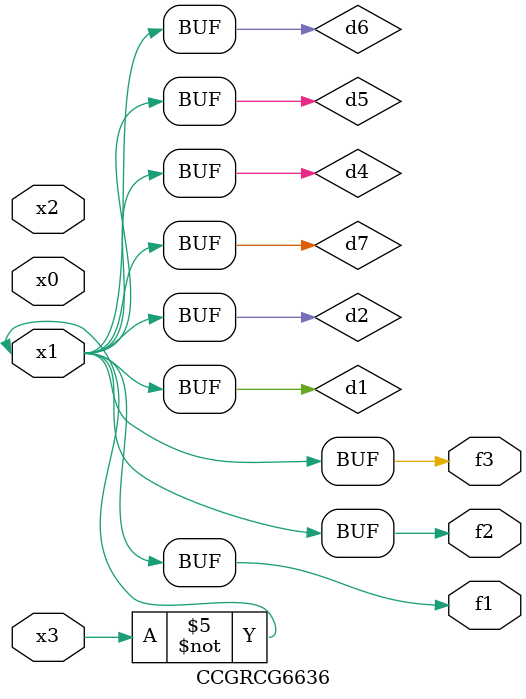
<source format=v>
module CCGRCG6636(
	input x0, x1, x2, x3,
	output f1, f2, f3
);

	wire d1, d2, d3, d4, d5, d6, d7;

	not (d1, x3);
	buf (d2, x1);
	xnor (d3, d1, d2);
	nor (d4, d1);
	buf (d5, d1, d2);
	buf (d6, d4, d5);
	nand (d7, d4);
	assign f1 = d6;
	assign f2 = d7;
	assign f3 = d6;
endmodule

</source>
